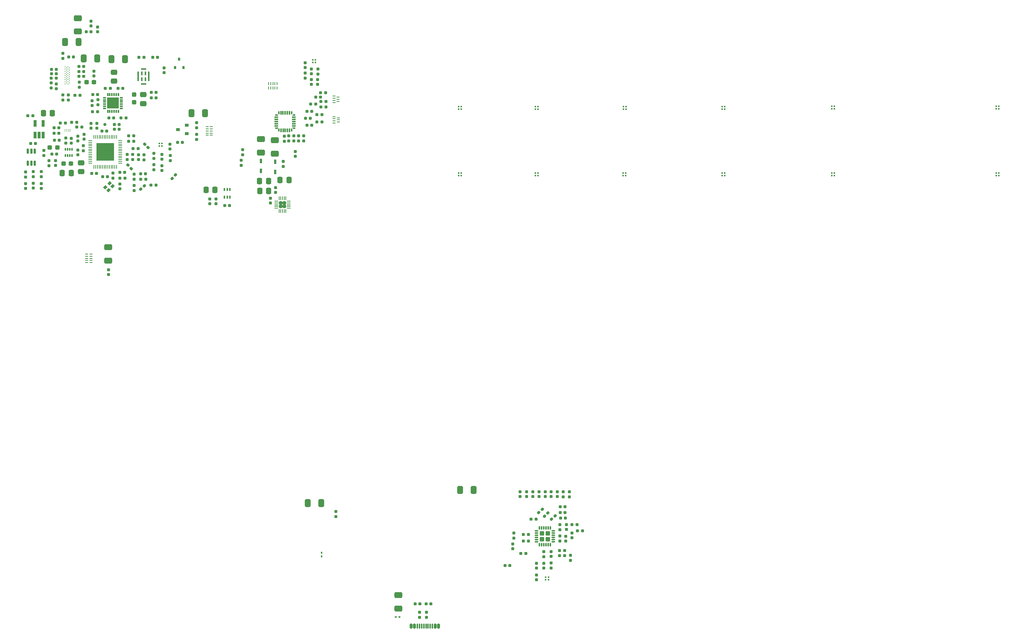
<source format=gbr>
%TF.GenerationSoftware,KiCad,Pcbnew,7.0.1*%
%TF.CreationDate,2024-01-29T00:03:09-06:00*%
%TF.ProjectId,Beacon_Multiboard,42656163-6f6e-45f4-9d75-6c7469626f61,1*%
%TF.SameCoordinates,Original*%
%TF.FileFunction,Paste,Top*%
%TF.FilePolarity,Positive*%
%FSLAX46Y46*%
G04 Gerber Fmt 4.6, Leading zero omitted, Abs format (unit mm)*
G04 Created by KiCad (PCBNEW 7.0.1) date 2024-01-29 00:03:09*
%MOMM*%
%LPD*%
G01*
G04 APERTURE LIST*
G04 Aperture macros list*
%AMRoundRect*
0 Rectangle with rounded corners*
0 $1 Rounding radius*
0 $2 $3 $4 $5 $6 $7 $8 $9 X,Y pos of 4 corners*
0 Add a 4 corners polygon primitive as box body*
4,1,4,$2,$3,$4,$5,$6,$7,$8,$9,$2,$3,0*
0 Add four circle primitives for the rounded corners*
1,1,$1+$1,$2,$3*
1,1,$1+$1,$4,$5*
1,1,$1+$1,$6,$7*
1,1,$1+$1,$8,$9*
0 Add four rect primitives between the rounded corners*
20,1,$1+$1,$2,$3,$4,$5,0*
20,1,$1+$1,$4,$5,$6,$7,0*
20,1,$1+$1,$6,$7,$8,$9,0*
20,1,$1+$1,$8,$9,$2,$3,0*%
%AMRotRect*
0 Rectangle, with rotation*
0 The origin of the aperture is its center*
0 $1 length*
0 $2 width*
0 $3 Rotation angle, in degrees counterclockwise*
0 Add horizontal line*
21,1,$1,$2,0,0,$3*%
%AMFreePoly0*
4,1,20,0.131820,0.364320,0.145000,0.332500,0.145000,-0.332500,0.131820,-0.364320,0.100000,-0.377500,0.053640,-0.377500,0.053581,-0.377475,0.053522,-0.377500,0.037749,-0.370918,0.021820,-0.364320,0.021795,-0.364260,0.021737,-0.364236,-0.141903,-0.199736,-0.148406,-0.183918,-0.155000,-0.168000,-0.155000,0.332500,-0.141820,0.364320,-0.110000,0.377500,0.100000,0.377500,0.131820,0.364320,
0.131820,0.364320,$1*%
%AMFreePoly1*
4,1,20,0.131820,0.364320,0.145000,0.332500,0.145000,-0.168000,0.138682,-0.183251,0.132887,-0.198716,-0.020753,-0.363216,-0.021504,-0.363557,-0.021820,-0.364320,-0.037072,-0.370637,-0.052105,-0.377474,-0.052877,-0.377184,-0.053640,-0.377500,-0.110000,-0.377500,-0.141820,-0.364320,-0.155000,-0.332500,-0.155000,0.332500,-0.141820,0.364320,-0.110000,0.377500,0.100000,0.377500,0.131820,0.364320,
0.131820,0.364320,$1*%
%AMFreePoly2*
4,1,20,0.364320,0.141820,0.377500,0.110000,0.377500,-0.100000,0.364320,-0.131820,0.332500,-0.145000,-0.332500,-0.145000,-0.364320,-0.131820,-0.377500,-0.100000,-0.377500,-0.053640,-0.377475,-0.053581,-0.377500,-0.053522,-0.370918,-0.037749,-0.364320,-0.021820,-0.364260,-0.021795,-0.364236,-0.021737,-0.199736,0.141903,-0.183918,0.148406,-0.168000,0.155000,0.332500,0.155000,0.364320,0.141820,
0.364320,0.141820,$1*%
%AMFreePoly3*
4,1,20,0.364320,0.131820,0.377500,0.100000,0.377500,-0.110000,0.364320,-0.141820,0.332500,-0.155000,-0.168000,-0.155000,-0.183918,-0.148406,-0.199736,-0.141903,-0.364236,0.021737,-0.364260,0.021795,-0.364320,0.021820,-0.370918,0.037749,-0.377500,0.053522,-0.377475,0.053581,-0.377500,0.053640,-0.377500,0.100000,-0.364320,0.131820,-0.332500,0.145000,0.332500,0.145000,0.364320,0.131820,
0.364320,0.131820,$1*%
%AMFreePoly4*
4,1,20,-0.052877,0.377184,-0.052105,0.377474,-0.037072,0.370637,-0.021820,0.364320,-0.021504,0.363557,-0.020753,0.363216,0.132887,0.198716,0.138682,0.183251,0.145000,0.168000,0.145000,-0.332500,0.131820,-0.364320,0.100000,-0.377500,-0.110000,-0.377500,-0.141820,-0.364320,-0.155000,-0.332500,-0.155000,0.332500,-0.141820,0.364320,-0.110000,0.377500,-0.053640,0.377500,-0.052877,0.377184,
-0.052877,0.377184,$1*%
%AMFreePoly5*
4,1,20,0.138284,0.360784,0.150000,0.332500,0.150000,-0.332500,0.138284,-0.360784,0.110000,-0.372500,-0.110000,-0.372500,-0.138284,-0.360784,-0.150000,-0.332500,-0.150000,0.168000,-0.144102,0.182237,-0.138358,0.196210,0.025282,0.360710,0.025334,0.360731,0.025356,0.360784,0.039384,0.366595,0.053535,0.372500,0.053587,0.372478,0.053640,0.372500,0.110000,0.372500,0.138284,0.360784,
0.138284,0.360784,$1*%
%AMFreePoly6*
4,1,20,0.364320,0.131820,0.377500,0.100000,0.377500,0.053640,0.377475,0.053581,0.377500,0.053522,0.370918,0.037749,0.364320,0.021820,0.364260,0.021795,0.364236,0.021737,0.199736,-0.141903,0.183918,-0.148406,0.168000,-0.155000,-0.332500,-0.155000,-0.364320,-0.141820,-0.377500,-0.110000,-0.377500,0.100000,-0.364320,0.131820,-0.332500,0.145000,0.332500,0.145000,0.364320,0.131820,
0.364320,0.131820,$1*%
%AMFreePoly7*
4,1,20,0.183918,0.148406,0.199736,0.141903,0.364236,-0.021737,0.364260,-0.021795,0.364320,-0.021820,0.370918,-0.037749,0.377500,-0.053522,0.377475,-0.053581,0.377500,-0.053640,0.377500,-0.100000,0.364320,-0.131820,0.332500,-0.145000,-0.332500,-0.145000,-0.364320,-0.131820,-0.377500,-0.100000,-0.377500,0.110000,-0.364320,0.141820,-0.332500,0.155000,0.168000,0.155000,0.183918,0.148406,
0.183918,0.148406,$1*%
G04 Aperture macros list end*
%ADD10R,0.400000X0.400000*%
%ADD11RoundRect,0.155000X0.212500X0.155000X-0.212500X0.155000X-0.212500X-0.155000X0.212500X-0.155000X0*%
%ADD12RoundRect,0.155000X-0.155000X0.212500X-0.155000X-0.212500X0.155000X-0.212500X0.155000X0.212500X0*%
%ADD13RoundRect,0.155000X0.259862X-0.040659X-0.040659X0.259862X-0.259862X0.040659X0.040659X-0.259862X0*%
%ADD14RoundRect,0.155000X-0.212500X-0.155000X0.212500X-0.155000X0.212500X0.155000X-0.212500X0.155000X0*%
%ADD15RoundRect,0.155000X0.155000X-0.212500X0.155000X0.212500X-0.155000X0.212500X-0.155000X-0.212500X0*%
%ADD16RoundRect,0.237500X0.237500X-0.300000X0.237500X0.300000X-0.237500X0.300000X-0.237500X-0.300000X0*%
%ADD17RoundRect,0.155000X-0.040659X-0.259862X0.259862X0.040659X0.040659X0.259862X-0.259862X-0.040659X0*%
%ADD18RoundRect,0.112500X0.112500X-0.487500X0.112500X0.487500X-0.112500X0.487500X-0.112500X-0.487500X0*%
%ADD19RoundRect,0.250000X-0.650000X0.412500X-0.650000X-0.412500X0.650000X-0.412500X0.650000X0.412500X0*%
%ADD20RoundRect,0.250000X-0.412500X-0.650000X0.412500X-0.650000X0.412500X0.650000X-0.412500X0.650000X0*%
%ADD21C,0.270000*%
%ADD22RoundRect,0.237500X-0.300000X-0.237500X0.300000X-0.237500X0.300000X0.237500X-0.300000X0.237500X0*%
%ADD23RoundRect,0.250000X0.650000X-0.412500X0.650000X0.412500X-0.650000X0.412500X-0.650000X-0.412500X0*%
%ADD24R,0.300000X0.650000*%
%ADD25R,0.500000X1.100000*%
%ADD26R,0.700000X0.200000*%
%ADD27RoundRect,0.250000X0.475000X-0.337500X0.475000X0.337500X-0.475000X0.337500X-0.475000X-0.337500X0*%
%ADD28RotRect,0.750000X0.700000X225.000000*%
%ADD29FreePoly0,90.000000*%
%ADD30RoundRect,0.075000X0.362500X-0.075000X0.362500X0.075000X-0.362500X0.075000X-0.362500X-0.075000X0*%
%ADD31FreePoly1,90.000000*%
%ADD32FreePoly2,90.000000*%
%ADD33RoundRect,0.075000X0.075000X-0.362500X0.075000X0.362500X-0.075000X0.362500X-0.075000X-0.362500X0*%
%ADD34FreePoly3,90.000000*%
%ADD35FreePoly4,90.000000*%
%ADD36FreePoly5,90.000000*%
%ADD37FreePoly6,90.000000*%
%ADD38FreePoly7,90.000000*%
%ADD39RoundRect,0.250000X0.337500X0.475000X-0.337500X0.475000X-0.337500X-0.475000X0.337500X-0.475000X0*%
%ADD40R,0.650000X1.560000*%
%ADD41RoundRect,0.150000X-0.150000X-0.150000X0.150000X-0.150000X0.150000X0.150000X-0.150000X0.150000X0*%
%ADD42RoundRect,0.250000X-0.475000X0.337500X-0.475000X-0.337500X0.475000X-0.337500X0.475000X0.337500X0*%
%ADD43RoundRect,0.237500X0.300000X0.237500X-0.300000X0.237500X-0.300000X-0.237500X0.300000X-0.237500X0*%
%ADD44R,0.725000X0.250000*%
%ADD45R,0.775000X0.250000*%
%ADD46RoundRect,0.250000X0.412500X0.650000X-0.412500X0.650000X-0.412500X-0.650000X0.412500X-0.650000X0*%
%ADD47RoundRect,0.090000X-0.090000X0.139000X-0.090000X-0.139000X0.090000X-0.139000X0.090000X0.139000X0*%
%ADD48C,0.230000*%
%ADD49RoundRect,0.055000X-0.055000X-0.350000X0.055000X-0.350000X0.055000X0.350000X-0.055000X0.350000X0*%
%ADD50RoundRect,0.055000X-0.350000X-0.055000X0.350000X-0.055000X0.350000X0.055000X-0.350000X0.055000X0*%
%ADD51RoundRect,0.200000X-0.200000X-0.200000X0.200000X-0.200000X0.200000X0.200000X-0.200000X0.200000X0*%
%ADD52RoundRect,0.150000X-0.150000X-0.425000X0.150000X-0.425000X0.150000X0.425000X-0.150000X0.425000X0*%
%ADD53RoundRect,0.075000X-0.075000X-0.500000X0.075000X-0.500000X0.075000X0.500000X-0.075000X0.500000X0*%
%ADD54RoundRect,0.155000X0.040659X0.259862X-0.259862X-0.040659X-0.040659X-0.259862X0.259862X0.040659X0*%
%ADD55RoundRect,0.250000X-0.337500X-0.475000X0.337500X-0.475000X0.337500X0.475000X-0.337500X0.475000X0*%
%ADD56RoundRect,0.050000X0.100000X-0.285000X0.100000X0.285000X-0.100000X0.285000X-0.100000X-0.285000X0*%
%ADD57R,2.750000X2.650000*%
%ADD58R,0.300000X0.800000*%
%ADD59R,0.800000X0.300000*%
%ADD60R,0.900000X0.800000*%
%ADD61RoundRect,0.090000X0.139000X0.090000X-0.139000X0.090000X-0.139000X-0.090000X0.139000X-0.090000X0*%
%ADD62RoundRect,0.250000X0.275000X-0.295000X0.275000X0.295000X-0.275000X0.295000X-0.275000X-0.295000X0*%
%ADD63RoundRect,0.067500X0.067500X-0.332500X0.067500X0.332500X-0.067500X0.332500X-0.067500X-0.332500X0*%
%ADD64RoundRect,0.067500X0.332500X-0.067500X0.332500X0.067500X-0.332500X0.067500X-0.332500X-0.067500X0*%
%ADD65R,0.250000X0.775000*%
%ADD66R,0.250000X0.725000*%
%ADD67R,4.050000X4.050000*%
%ADD68R,0.200000X0.850000*%
%ADD69R,0.850000X0.200000*%
%ADD70R,0.350000X2.300000*%
%ADD71R,1.300000X0.350000*%
%ADD72R,0.400000X0.950000*%
%ADD73R,0.600000X0.700000*%
G04 APERTURE END LIST*
D10*
%TO.C,D409*%
X234848666Y-132946000D03*
X234848666Y-133546000D03*
X234248666Y-133546000D03*
X234248666Y-132946000D03*
%TD*%
D11*
%TO.C,C619*%
X59838137Y-124864021D03*
X60973137Y-124864021D03*
%TD*%
D12*
%TO.C,C601*%
X63328137Y-125939021D03*
X63328137Y-124804021D03*
%TD*%
D13*
%TO.C,J804*%
X71171171Y-146605455D03*
X71973737Y-147408021D03*
%TD*%
D11*
%TO.C,C1003*%
X68898137Y-128754021D03*
X70033137Y-128754021D03*
%TD*%
%TO.C,C406*%
X112674666Y-137307400D03*
X113809666Y-137307400D03*
%TD*%
D14*
%TO.C,J402*%
X116976366Y-129814800D03*
X115841366Y-129814800D03*
%TD*%
D10*
%TO.C,D411*%
X272348666Y-133546000D03*
X272348666Y-132946000D03*
X272948666Y-132946000D03*
X272948666Y-133546000D03*
%TD*%
%TO.C,D410*%
X234248666Y-148446000D03*
X234848666Y-148446000D03*
X234848666Y-149046000D03*
X234248666Y-149046000D03*
%TD*%
D11*
%TO.C,C513*%
X59390637Y-137756021D03*
X60525637Y-137756021D03*
%TD*%
D15*
%TO.C,J503*%
X66712200Y-171991700D03*
X66712200Y-170856700D03*
%TD*%
D14*
%TO.C,C612*%
X60983137Y-123684021D03*
X59848137Y-123684021D03*
%TD*%
D15*
%TO.C,C507*%
X59608137Y-139856521D03*
X59608137Y-140991521D03*
%TD*%
%TO.C,C409*%
X111907666Y-139805300D03*
X111907666Y-140940300D03*
%TD*%
D14*
%TO.C,C1503*%
X162824119Y-232236600D03*
X163959119Y-232236600D03*
%TD*%
D11*
%TO.C,C802*%
X74178137Y-149854021D03*
X75313137Y-149854021D03*
%TD*%
D16*
%TO.C,R1201*%
X72679137Y-130244621D03*
X72679137Y-131969621D03*
%TD*%
D15*
%TO.C,R511*%
X51138137Y-148099021D03*
X51138137Y-149234021D03*
%TD*%
D11*
%TO.C,J705*%
X71381237Y-139810221D03*
X72516237Y-139810221D03*
%TD*%
%TO.C,C603*%
X59838137Y-126004021D03*
X60973137Y-126004021D03*
%TD*%
D17*
%TO.C,C1407*%
X167714736Y-228015083D03*
X168517302Y-227212517D03*
%TD*%
D15*
%TO.C,R408*%
X112242866Y-125259100D03*
X112242866Y-126394100D03*
%TD*%
D18*
%TO.C,D501*%
X48018137Y-143324021D03*
X48818137Y-143324021D03*
X49618137Y-143324021D03*
X49618137Y-146124021D03*
X48818137Y-146124021D03*
X48018137Y-146124021D03*
%TD*%
D14*
%TO.C,C604*%
X54608137Y-124374021D03*
X53473137Y-124374021D03*
%TD*%
D12*
%TO.C,R1503*%
X165880819Y-241625900D03*
X165880819Y-242760900D03*
%TD*%
D19*
%TO.C,F401*%
X102010266Y-143698500D03*
X102010266Y-140573500D03*
%TD*%
D20*
%TO.C,C611*%
X64113137Y-121814021D03*
X60988137Y-121814021D03*
%TD*%
D11*
%TO.C,C302*%
X176506719Y-231373000D03*
X175371719Y-231373000D03*
%TD*%
D15*
%TO.C,C609*%
X62638137Y-113199021D03*
X62638137Y-114334021D03*
%TD*%
D10*
%TO.C,D412*%
X272948666Y-149046000D03*
X272348666Y-149046000D03*
X272348666Y-148446000D03*
X272948666Y-148446000D03*
%TD*%
D21*
%TO.C,U601*%
X57648137Y-124044021D03*
X57648137Y-124544021D03*
X57648137Y-125044021D03*
X57648137Y-125544021D03*
X57648137Y-126044021D03*
X57648137Y-126544021D03*
X57648137Y-127044021D03*
X57648137Y-127544021D03*
X57308137Y-123794021D03*
X57308137Y-124294021D03*
X57308137Y-124794021D03*
X57308137Y-125294021D03*
X57308137Y-125794021D03*
X57308137Y-126294021D03*
X57308137Y-126794021D03*
X57308137Y-127294021D03*
X57308137Y-127794021D03*
X56968137Y-124044021D03*
X56968137Y-124544021D03*
X56968137Y-125044021D03*
X56968137Y-125544021D03*
X56968137Y-126044021D03*
X56968137Y-126544021D03*
X56968137Y-127044021D03*
X56968137Y-127544021D03*
X56628137Y-123794021D03*
X56628137Y-124294021D03*
X56628137Y-124794021D03*
X56628137Y-125294021D03*
X56628137Y-125794021D03*
X56628137Y-126294021D03*
X56628137Y-126794021D03*
X56628137Y-127294021D03*
X56628137Y-127794021D03*
%TD*%
D10*
%TO.C,D405*%
X147798666Y-132996000D03*
X148398666Y-132996000D03*
X148398666Y-133596000D03*
X147798666Y-133596000D03*
%TD*%
D15*
%TO.C,J409*%
X115113066Y-126741000D03*
X115113066Y-127876000D03*
%TD*%
D14*
%TO.C,C615*%
X54613137Y-125394021D03*
X53478137Y-125394021D03*
%TD*%
D15*
%TO.C,R516*%
X47528137Y-150879021D03*
X47528137Y-152014021D03*
%TD*%
D14*
%TO.C,C608*%
X58618137Y-121534021D03*
X57483137Y-121534021D03*
%TD*%
D11*
%TO.C,R1405*%
X172493519Y-227207400D03*
X171358519Y-227207400D03*
%TD*%
D15*
%TO.C,J703*%
X68038137Y-137126521D03*
X68038137Y-138261521D03*
%TD*%
D14*
%TO.C,J605*%
X62660637Y-115689021D03*
X61525637Y-115689021D03*
%TD*%
D22*
%TO.C,R504*%
X54848137Y-142481521D03*
X53123137Y-142481521D03*
%TD*%
D12*
%TO.C,C301*%
X173450019Y-222372700D03*
X173450019Y-223507700D03*
%TD*%
D15*
%TO.C,J508*%
X138746600Y-251442900D03*
X138746600Y-250307900D03*
%TD*%
D10*
%TO.C,D408*%
X166198666Y-148446000D03*
X166198666Y-149046000D03*
X165598666Y-149046000D03*
X165598666Y-148446000D03*
%TD*%
D14*
%TO.C,R702*%
X70763137Y-135684021D03*
X69628137Y-135684021D03*
%TD*%
D15*
%TO.C,J704*%
X69178137Y-137126521D03*
X69178137Y-138261521D03*
%TD*%
D23*
%TO.C,C610*%
X59568137Y-112491521D03*
X59568137Y-115616521D03*
%TD*%
D15*
%TO.C,J502*%
X51148137Y-150859021D03*
X51148137Y-151994021D03*
%TD*%
D24*
%TO.C,U1101*%
X93548137Y-152221521D03*
X94198137Y-152221521D03*
X94848137Y-152221521D03*
X94848137Y-154021521D03*
X94198137Y-154021521D03*
X93548137Y-154021521D03*
%TD*%
D25*
%TO.C,D413*%
X102035666Y-145661200D03*
X102035666Y-147961200D03*
%TD*%
D14*
%TO.C,R1401*%
X171358519Y-225835800D03*
X172493519Y-225835800D03*
%TD*%
D12*
%TO.C,C1402*%
X171316419Y-229984000D03*
X171316419Y-231119000D03*
%TD*%
D26*
%TO.C,D418*%
X119957166Y-135601600D03*
X119957166Y-136101600D03*
X119957166Y-136601600D03*
X118957166Y-136851600D03*
X118957166Y-136351600D03*
X118957166Y-135851600D03*
X118957166Y-135351600D03*
%TD*%
D23*
%TO.C,F502*%
X133894800Y-249435700D03*
X133894800Y-246310700D03*
%TD*%
D14*
%TO.C,C505*%
X56700337Y-136790821D03*
X55565337Y-136790821D03*
%TD*%
D15*
%TO.C,R512*%
X49248137Y-148104021D03*
X49248137Y-149239021D03*
%TD*%
D27*
%TO.C,C503*%
X60388137Y-146024021D03*
X60388137Y-148099021D03*
%TD*%
D15*
%TO.C,J604*%
X64168137Y-114559021D03*
X64168137Y-115694021D03*
%TD*%
D12*
%TO.C,R501*%
X52908137Y-146701521D03*
X52908137Y-145566521D03*
%TD*%
%TO.C,L701*%
X72308137Y-145274021D03*
X72308137Y-144139021D03*
%TD*%
D11*
%TO.C,C706*%
X72408137Y-142774021D03*
X73543137Y-142774021D03*
%TD*%
D14*
%TO.C,R503*%
X54708137Y-144011521D03*
X53573137Y-144011521D03*
%TD*%
D23*
%TO.C,C509*%
X66661000Y-168732201D03*
X66661000Y-165607201D03*
%TD*%
D28*
%TO.C,Y701*%
X65995485Y-151711699D03*
X66702591Y-152418805D03*
X66950079Y-150757105D03*
X67657185Y-151464211D03*
%TD*%
D29*
%TO.C,U402*%
X105650466Y-137991600D03*
D30*
X105600466Y-137496600D03*
X105600466Y-136996600D03*
X105600466Y-136496600D03*
X105600466Y-135996600D03*
X105600466Y-135496600D03*
D31*
X105650466Y-134991600D03*
D32*
X106145466Y-134496600D03*
D33*
X106640466Y-134446600D03*
X107140466Y-134446600D03*
X107640466Y-134446600D03*
X108140466Y-134446600D03*
X108640466Y-134446600D03*
D34*
X109135466Y-134496600D03*
D35*
X109630466Y-134991600D03*
D30*
X109680466Y-135496600D03*
X109680466Y-135996600D03*
X109680466Y-136496600D03*
X109680466Y-136996600D03*
X109680466Y-137496600D03*
D36*
X109625466Y-138001600D03*
D37*
X109140466Y-138476600D03*
D33*
X108645466Y-138526600D03*
X108145466Y-138526600D03*
X107645466Y-138526600D03*
X107145466Y-138526600D03*
X106645466Y-138526600D03*
D38*
X106150466Y-138476600D03*
%TD*%
D12*
%TO.C,R1412*%
X172078419Y-222372700D03*
X172078419Y-223507700D03*
%TD*%
D15*
%TO.C,R405*%
X113665266Y-124285200D03*
X113665266Y-125420200D03*
%TD*%
%TO.C,J511*%
X140372200Y-251442900D03*
X140372200Y-250307900D03*
%TD*%
D39*
%TO.C,C502*%
X55980637Y-148451521D03*
X58055637Y-148451521D03*
%TD*%
D11*
%TO.C,C413*%
X112674666Y-134157800D03*
X113809666Y-134157800D03*
%TD*%
%TO.C,R1402*%
X175236719Y-230001400D03*
X174101719Y-230001400D03*
%TD*%
D12*
%TO.C,C512*%
X59588137Y-144219021D03*
X59588137Y-143084021D03*
%TD*%
%TO.C,J1609*%
X64023137Y-138046521D03*
X64023137Y-136911521D03*
%TD*%
%TO.C,C303*%
X105389966Y-152954300D03*
X105389966Y-151819300D03*
%TD*%
D14*
%TO.C,J407*%
X117052566Y-133091400D03*
X115917566Y-133091400D03*
%TD*%
D15*
%TO.C,J1503*%
X169208619Y-237350300D03*
X169208619Y-236215300D03*
%TD*%
D10*
%TO.C,D801*%
X78515737Y-141589421D03*
X79115737Y-141589421D03*
X79115737Y-142189421D03*
X78515737Y-142189421D03*
%TD*%
D15*
%TO.C,C617*%
X56138137Y-130326521D03*
X56138137Y-131461521D03*
%TD*%
D40*
%TO.C,PS503*%
X49674937Y-136942021D03*
X51574937Y-136942021D03*
X51574937Y-139642021D03*
X50624937Y-139642021D03*
X49674937Y-139642021D03*
%TD*%
D12*
%TO.C,R1505*%
X167557219Y-238933500D03*
X167557219Y-240068500D03*
%TD*%
D15*
%TO.C,R513*%
X47528137Y-148209021D03*
X47528137Y-149344021D03*
%TD*%
D41*
%TO.C,J708*%
X65852337Y-137146421D03*
%TD*%
D15*
%TO.C,R1403*%
X173704019Y-238248400D03*
X173704019Y-237113400D03*
%TD*%
D11*
%TO.C,R804*%
X76930637Y-121584021D03*
X78065637Y-121584021D03*
%TD*%
D15*
%TO.C,R509*%
X87086737Y-136773421D03*
X87086737Y-137908421D03*
%TD*%
D42*
%TO.C,J1001*%
X67957937Y-127133121D03*
X67957937Y-125058121D03*
%TD*%
D14*
%TO.C,J403*%
X115833366Y-130805400D03*
X114698366Y-130805400D03*
%TD*%
D26*
%TO.C,D416*%
X119913666Y-130821000D03*
X119913666Y-131321000D03*
X119913666Y-131821000D03*
X118913666Y-132071000D03*
X118913666Y-131571000D03*
X118913666Y-131071000D03*
X118913666Y-130571000D03*
%TD*%
D15*
%TO.C,C404*%
X107188266Y-145731500D03*
X107188266Y-146866500D03*
%TD*%
D19*
%TO.C,F402*%
X105257866Y-143955300D03*
X105257866Y-140830300D03*
%TD*%
D15*
%TO.C,C606*%
X54618137Y-127776521D03*
X54618137Y-128911521D03*
%TD*%
%TO.C,J701*%
X60898137Y-142119021D03*
X60898137Y-143254021D03*
%TD*%
%TO.C,R802*%
X80985737Y-144394021D03*
X80985737Y-145529021D03*
%TD*%
D43*
%TO.C,L501*%
X56298137Y-146221521D03*
X58023137Y-146221521D03*
%TD*%
D11*
%TO.C,R506*%
X82692537Y-141312021D03*
X83827537Y-141312021D03*
%TD*%
D14*
%TO.C,C613*%
X60095637Y-130414021D03*
X58960637Y-130414021D03*
%TD*%
D15*
%TO.C,R407*%
X112242866Y-122820700D03*
X112242866Y-123955700D03*
%TD*%
%TO.C,C1101*%
X91648137Y-154441521D03*
X91648137Y-155576521D03*
%TD*%
D44*
%TO.C,D504*%
X61626900Y-167198800D03*
X61626900Y-167698800D03*
X61626900Y-168198800D03*
X61626900Y-168698800D03*
X61626900Y-169198800D03*
D45*
X62626900Y-169198800D03*
X62626900Y-168698800D03*
X62626900Y-168198800D03*
X62626900Y-167698800D03*
X62626900Y-167198800D03*
%TD*%
D15*
%TO.C,R1411*%
X167862019Y-223456900D03*
X167862019Y-222321900D03*
%TD*%
D45*
%TO.C,D507*%
X89541137Y-139662421D03*
X89541137Y-139162421D03*
X89541137Y-138662421D03*
X89541137Y-138162421D03*
X89541137Y-137662421D03*
D44*
X90541137Y-137662421D03*
X90541137Y-138162421D03*
X90541137Y-138662421D03*
X90541137Y-139162421D03*
X90541137Y-139662421D03*
%TD*%
D14*
%TO.C,J406*%
X114690366Y-132456400D03*
X113555366Y-132456400D03*
%TD*%
D39*
%TO.C,J408*%
X106433766Y-150004600D03*
X108508766Y-150004600D03*
%TD*%
D12*
%TO.C,C501*%
X58118137Y-141496521D03*
X58118137Y-140361521D03*
%TD*%
D15*
%TO.C,C618*%
X57368137Y-130344021D03*
X57368137Y-131479021D03*
%TD*%
D11*
%TO.C,R701*%
X66803137Y-135644021D03*
X67938137Y-135644021D03*
%TD*%
D14*
%TO.C,C711*%
X66495637Y-149294021D03*
X65360637Y-149294021D03*
%TD*%
D15*
%TO.C,C705*%
X73658137Y-144174021D03*
X73658137Y-145309021D03*
%TD*%
D46*
%TO.C,F501*%
X85933138Y-134544021D03*
X89058138Y-134544021D03*
%TD*%
D11*
%TO.C,C1401*%
X172544319Y-228477400D03*
X171409319Y-228477400D03*
%TD*%
D15*
%TO.C,R1413*%
X163544019Y-223448200D03*
X163544019Y-222313200D03*
%TD*%
D14*
%TO.C,C533*%
X49780237Y-141537421D03*
X48645237Y-141537421D03*
%TD*%
D15*
%TO.C,R402*%
X97485466Y-145502900D03*
X97485466Y-146637900D03*
%TD*%
D14*
%TO.C,C1004*%
X67118137Y-128754021D03*
X65983137Y-128754021D03*
%TD*%
D11*
%TO.C,R1502*%
X159700619Y-239450200D03*
X158565619Y-239450200D03*
%TD*%
D15*
%TO.C,C408*%
X109672466Y-139830700D03*
X109672466Y-140965700D03*
%TD*%
D14*
%TO.C,C703*%
X66325637Y-138704021D03*
X65190637Y-138704021D03*
%TD*%
D10*
%TO.C,D404*%
X209448666Y-149046000D03*
X208848666Y-149046000D03*
X208848666Y-148446000D03*
X209448666Y-148446000D03*
%TD*%
D13*
%TO.C,C508*%
X75082771Y-141728655D03*
X75885337Y-142531221D03*
%TD*%
D11*
%TO.C,R502*%
X54143137Y-140821521D03*
X55278137Y-140821521D03*
%TD*%
D15*
%TO.C,C602*%
X59958137Y-127386521D03*
X59958137Y-128521521D03*
%TD*%
D10*
%TO.C,D401*%
X185998666Y-133646000D03*
X185998666Y-133046000D03*
X186598666Y-133046000D03*
X186598666Y-133646000D03*
%TD*%
D47*
%TO.C,D506*%
X116046300Y-236484301D03*
X116046300Y-237349301D03*
%TD*%
D15*
%TO.C,C405*%
X108427866Y-139814000D03*
X108427866Y-140949000D03*
%TD*%
%TO.C,L801*%
X72648137Y-148716521D03*
X72648137Y-149851521D03*
%TD*%
%TO.C,C710*%
X69298137Y-150954021D03*
X69298137Y-152089021D03*
%TD*%
D11*
%TO.C,C702*%
X69368137Y-149624021D03*
X70503137Y-149624021D03*
%TD*%
D48*
%TO.C,PS502*%
X57858137Y-138321521D03*
X57858137Y-138721521D03*
X57458137Y-138321521D03*
X57458137Y-138721521D03*
X57058137Y-138321521D03*
X57058137Y-138721521D03*
X56658137Y-138321521D03*
X56658137Y-138721521D03*
%TD*%
D15*
%TO.C,R1501*%
X160343619Y-235547300D03*
X160343619Y-234412300D03*
%TD*%
D49*
%TO.C,U401*%
X106214066Y-154297200D03*
X106614066Y-154297200D03*
X107014066Y-154297200D03*
X107414066Y-154297200D03*
X107814066Y-154297200D03*
D50*
X108474066Y-154962200D03*
X108474066Y-155362200D03*
X108474066Y-155762200D03*
X108474066Y-156162200D03*
X108474066Y-156562200D03*
D49*
X107814066Y-157197200D03*
X107414066Y-157197200D03*
X107014066Y-157197200D03*
X106614066Y-157197200D03*
X106214066Y-157197200D03*
D50*
X105549066Y-156562200D03*
X105549066Y-156162200D03*
X105549066Y-155762200D03*
X105549066Y-155362200D03*
X105549066Y-154962200D03*
D51*
X107424066Y-156172200D03*
X107424066Y-155372200D03*
X106624066Y-156172200D03*
X106624066Y-155372200D03*
%TD*%
D11*
%TO.C,C1202*%
X76579137Y-130999621D03*
X77714137Y-130999621D03*
%TD*%
D14*
%TO.C,R1001*%
X64142537Y-134213421D03*
X63007537Y-134213421D03*
%TD*%
D15*
%TO.C,R515*%
X49238137Y-150764021D03*
X49238137Y-151899021D03*
%TD*%
%TO.C,C407*%
X110739266Y-139830700D03*
X110739266Y-140965700D03*
%TD*%
D52*
%TO.C,J510*%
X136805419Y-253516000D03*
X137605419Y-253516000D03*
D53*
X138255419Y-253516000D03*
X139255419Y-253516000D03*
X140755419Y-253516000D03*
X141755419Y-253516000D03*
D52*
X142405419Y-253516000D03*
X143205419Y-253516000D03*
X143205419Y-253516000D03*
X142405419Y-253516000D03*
D53*
X141255419Y-253516000D03*
X140255419Y-253516000D03*
X139755419Y-253516000D03*
X138755419Y-253516000D03*
D52*
X137605419Y-253516000D03*
X136805419Y-253516000D03*
%TD*%
D12*
%TO.C,R1410*%
X166439619Y-222321900D03*
X166439619Y-223456900D03*
%TD*%
D15*
%TO.C,C403*%
X107437266Y-139914900D03*
X107437266Y-141049900D03*
%TD*%
D12*
%TO.C,R1406*%
X172840419Y-229941900D03*
X172840419Y-231076900D03*
%TD*%
%TO.C,J801*%
X79095737Y-147854021D03*
X79095737Y-146719021D03*
%TD*%
D11*
%TO.C,C803*%
X74150637Y-148584021D03*
X75285637Y-148584021D03*
%TD*%
D27*
%TO.C,J1201*%
X74729137Y-130229621D03*
X74729137Y-132304621D03*
%TD*%
D54*
%TO.C,L802*%
X74196854Y-152155304D03*
X74999420Y-151352738D03*
%TD*%
D15*
%TO.C,R1301*%
X79608137Y-124004021D03*
X79608137Y-125139021D03*
%TD*%
%TO.C,R409*%
X109956866Y-143403400D03*
X109956866Y-144538400D03*
%TD*%
D10*
%TO.C,D403*%
X208848666Y-133596000D03*
X208848666Y-132996000D03*
X209448666Y-132996000D03*
X209448666Y-133596000D03*
%TD*%
D14*
%TO.C,C531*%
X137755600Y-248310400D03*
X138890600Y-248310400D03*
%TD*%
D12*
%TO.C,R1408*%
X172637219Y-232634300D03*
X172637219Y-233769300D03*
%TD*%
D15*
%TO.C,R1409*%
X162070819Y-223448200D03*
X162070819Y-222313200D03*
%TD*%
D14*
%TO.C,C534*%
X49164537Y-135114421D03*
X48029537Y-135114421D03*
%TD*%
D11*
%TO.C,R1101*%
X93605837Y-155942421D03*
X94740837Y-155942421D03*
%TD*%
%TO.C,C532*%
X141413200Y-248310400D03*
X140278200Y-248310400D03*
%TD*%
D14*
%TO.C,C1501*%
X162824119Y-233811400D03*
X163959119Y-233811400D03*
%TD*%
D10*
%TO.C,D417*%
X114676466Y-122148400D03*
X114676466Y-122748400D03*
X114076466Y-122748400D03*
X114076466Y-122148400D03*
%TD*%
D54*
%TO.C,R508*%
X81432771Y-149683787D03*
X82235337Y-148881221D03*
%TD*%
D55*
%TO.C,C402*%
X103815166Y-152539200D03*
X101740166Y-152539200D03*
%TD*%
D25*
%TO.C,D414*%
X105312266Y-145834800D03*
X105312266Y-148134800D03*
%TD*%
D15*
%TO.C,J803*%
X72678137Y-151346521D03*
X72678137Y-152481521D03*
%TD*%
D14*
%TO.C,C1405*%
X164602119Y-228731400D03*
X165737119Y-228731400D03*
%TD*%
D15*
%TO.C,R1407*%
X172383219Y-237122100D03*
X172383219Y-235987100D03*
%TD*%
%TO.C,R403*%
X115188866Y-124328400D03*
X115188866Y-125463400D03*
%TD*%
D56*
%TO.C,PS501*%
X56738137Y-142904021D03*
X57238137Y-142904021D03*
X57738137Y-142904021D03*
X58238137Y-142904021D03*
X58238137Y-144384021D03*
X57738137Y-144384021D03*
X57238137Y-144384021D03*
X56738137Y-144384021D03*
%TD*%
D15*
%TO.C,R510*%
X87096737Y-139488421D03*
X87096737Y-140623421D03*
%TD*%
D12*
%TO.C,R1506*%
X169233619Y-238882700D03*
X169233619Y-240017700D03*
%TD*%
%TO.C,R401*%
X97764866Y-144174100D03*
X97764866Y-143039100D03*
%TD*%
%TO.C,R1404*%
X174059619Y-231872300D03*
X174059619Y-233007300D03*
%TD*%
D15*
%TO.C,J410*%
X51768037Y-143192321D03*
X51768037Y-144327321D03*
%TD*%
D54*
%TO.C,C1408*%
X170142902Y-227923717D03*
X169340336Y-228726283D03*
%TD*%
D11*
%TO.C,C412*%
X114986066Y-134919800D03*
X116121066Y-134919800D03*
%TD*%
%TO.C,C506*%
X58189537Y-136638421D03*
X59324537Y-136638421D03*
%TD*%
D15*
%TO.C,C704*%
X74968137Y-144204021D03*
X74968137Y-145339021D03*
%TD*%
%TO.C,J1502*%
X167532219Y-237401100D03*
X167532219Y-236266100D03*
%TD*%
D14*
%TO.C,J405*%
X117077966Y-131821400D03*
X115942966Y-131821400D03*
%TD*%
D57*
%TO.C,U1001*%
X67758137Y-132204021D03*
D58*
X69008137Y-134154021D03*
X68508137Y-134154021D03*
X68008137Y-134154021D03*
X67508137Y-134154021D03*
X67008137Y-134154021D03*
X66508137Y-134154021D03*
D59*
X65808137Y-133454021D03*
X65808137Y-132954021D03*
X65808137Y-132454021D03*
X65808137Y-131954021D03*
X65808137Y-131454021D03*
X65808137Y-130954021D03*
D58*
X66508137Y-130254021D03*
X67008137Y-130254021D03*
X67508137Y-130254021D03*
X68008137Y-130254021D03*
X68508137Y-130254021D03*
X69008137Y-130254021D03*
D59*
X69708137Y-130954021D03*
X69708137Y-131454021D03*
X69708137Y-131954021D03*
X69708137Y-132454021D03*
X69708137Y-132954021D03*
X69708137Y-133454021D03*
%TD*%
D60*
%TO.C,D503*%
X84810137Y-137364821D03*
X82810137Y-138314821D03*
X84810137Y-139264821D03*
%TD*%
D15*
%TO.C,R1416*%
X170706819Y-223456900D03*
X170706819Y-222321900D03*
%TD*%
%TO.C,C1001*%
X64258137Y-131439021D03*
X64258137Y-132574021D03*
%TD*%
D12*
%TO.C,C1404*%
X171316419Y-232625600D03*
X171316419Y-233760600D03*
%TD*%
%TO.C,C708*%
X61068137Y-140551521D03*
X61068137Y-139416521D03*
%TD*%
D46*
%TO.C,C514*%
X115962401Y-224967800D03*
X112837401Y-224967800D03*
%TD*%
D11*
%TO.C,R507*%
X54083137Y-139214021D03*
X55218137Y-139214021D03*
%TD*%
D14*
%TO.C,C709*%
X63948137Y-148474021D03*
X62813137Y-148474021D03*
%TD*%
D12*
%TO.C,R505*%
X54418137Y-146676521D03*
X54418137Y-145541521D03*
%TD*%
D11*
%TO.C,C410*%
X114986066Y-136545400D03*
X116121066Y-136545400D03*
%TD*%
D12*
%TO.C,J802*%
X77213137Y-147654021D03*
X77213137Y-146519021D03*
%TD*%
D61*
%TO.C,D502*%
X134133100Y-251403600D03*
X133268100Y-251403600D03*
%TD*%
D62*
%TO.C,U1501*%
X167150419Y-233333000D03*
X168450419Y-233333000D03*
X167150419Y-231983000D03*
X168450419Y-231983000D03*
D63*
X166550419Y-234633000D03*
X167050419Y-234633000D03*
X167550419Y-234633000D03*
X168050419Y-234633000D03*
X168550419Y-234633000D03*
X169050419Y-234633000D03*
D64*
X169775419Y-233908000D03*
X169775419Y-233408000D03*
X169775419Y-232908000D03*
X169775419Y-232408000D03*
X169775419Y-231908000D03*
X169775419Y-231408000D03*
D63*
X169050419Y-230683000D03*
X168550419Y-230683000D03*
X168050419Y-230683000D03*
X167550419Y-230683000D03*
X167050419Y-230683000D03*
X166550419Y-230683000D03*
D64*
X165825419Y-231408000D03*
X165825419Y-231908000D03*
X165825419Y-232408000D03*
X165825419Y-232908000D03*
X165825419Y-233408000D03*
X165825419Y-233908000D03*
%TD*%
D12*
%TO.C,C605*%
X56138137Y-121814021D03*
X56138137Y-120679021D03*
%TD*%
D65*
%TO.C,D415*%
X105775266Y-128693500D03*
X105275266Y-128693500D03*
X104775266Y-128693500D03*
X104275266Y-128693500D03*
X103775266Y-128693500D03*
D66*
X103775266Y-127693500D03*
X104275266Y-127693500D03*
X104775266Y-127693500D03*
X105275266Y-127693500D03*
X105775266Y-127693500D03*
%TD*%
D15*
%TO.C,R1414*%
X165017219Y-223448200D03*
X165017219Y-222313200D03*
%TD*%
D67*
%TO.C,U701*%
X65958137Y-143504021D03*
D68*
X68558137Y-146954021D03*
X68158137Y-146954021D03*
X67758137Y-146954021D03*
X67358137Y-146954021D03*
X66958137Y-146954021D03*
X66558137Y-146954021D03*
X66158137Y-146954021D03*
X65758137Y-146954021D03*
X65358137Y-146954021D03*
X64958137Y-146954021D03*
X64558137Y-146954021D03*
X64158137Y-146954021D03*
X63758137Y-146954021D03*
X63358137Y-146954021D03*
D69*
X62508137Y-146104021D03*
X62508137Y-145704021D03*
X62508137Y-145304021D03*
X62508137Y-144904021D03*
X62508137Y-144504021D03*
X62508137Y-144104021D03*
X62508137Y-143704021D03*
X62508137Y-143304021D03*
X62508137Y-142904021D03*
X62508137Y-142504021D03*
X62508137Y-142104021D03*
X62508137Y-141704021D03*
X62508137Y-141304021D03*
X62508137Y-140904021D03*
D68*
X63358137Y-140054021D03*
X63758137Y-140054021D03*
X64158137Y-140054021D03*
X64558137Y-140054021D03*
X64958137Y-140054021D03*
X65358137Y-140054021D03*
X65758137Y-140054021D03*
X66158137Y-140054021D03*
X66558137Y-140054021D03*
X66958137Y-140054021D03*
X67358137Y-140054021D03*
X67758137Y-140054021D03*
X68158137Y-140054021D03*
X68558137Y-140054021D03*
D69*
X69408137Y-140904021D03*
X69408137Y-141304021D03*
X69408137Y-141704021D03*
X69408137Y-142104021D03*
X69408137Y-142504021D03*
X69408137Y-142904021D03*
X69408137Y-143304021D03*
X69408137Y-143704021D03*
X69408137Y-144104021D03*
X69408137Y-144504021D03*
X69408137Y-144904021D03*
X69408137Y-145304021D03*
X69408137Y-145704021D03*
X69408137Y-146104021D03*
%TD*%
D15*
%TO.C,R1415*%
X169284419Y-223456900D03*
X169284419Y-222321900D03*
%TD*%
D20*
%TO.C,C607*%
X59738137Y-118024021D03*
X56613137Y-118024021D03*
%TD*%
D46*
%TO.C,F201*%
X67425637Y-122044021D03*
X70550637Y-122044021D03*
%TD*%
D12*
%TO.C,J1610*%
X62648137Y-138034021D03*
X62648137Y-136899021D03*
%TD*%
D10*
%TO.C,D407*%
X166198666Y-132996000D03*
X166198666Y-133596000D03*
X165598666Y-133596000D03*
X165598666Y-132996000D03*
%TD*%
D55*
%TO.C,J603*%
X53688637Y-134562021D03*
X51613637Y-134562021D03*
%TD*%
D54*
%TO.C,C1406*%
X167196502Y-226399717D03*
X166393936Y-227202283D03*
%TD*%
D15*
%TO.C,R803*%
X79085737Y-144071921D03*
X79085737Y-145206921D03*
%TD*%
D12*
%TO.C,R1504*%
X165880819Y-238933500D03*
X165880819Y-240068500D03*
%TD*%
D15*
%TO.C,C614*%
X53448137Y-127556521D03*
X53448137Y-128691521D03*
%TD*%
D12*
%TO.C,C1502*%
X160597619Y-231948500D03*
X160597619Y-233083500D03*
%TD*%
D15*
%TO.C,C401*%
X104196166Y-154232300D03*
X104196166Y-155367300D03*
%TD*%
%TO.C,R801*%
X80935737Y-141731921D03*
X80935737Y-142866921D03*
%TD*%
D14*
%TO.C,C1002*%
X64198137Y-130204021D03*
X63063137Y-130204021D03*
%TD*%
D15*
%TO.C,C1005*%
X62918137Y-131644021D03*
X62918137Y-132779021D03*
%TD*%
D46*
%TO.C,F301*%
X151258119Y-221924200D03*
X148133119Y-221924200D03*
%TD*%
D11*
%TO.C,C701*%
X69340637Y-148294021D03*
X70475637Y-148294021D03*
%TD*%
D22*
%TO.C,J601*%
X63333137Y-127384021D03*
X61608137Y-127384021D03*
%TD*%
D14*
%TO.C,C801*%
X74898137Y-121614021D03*
X73763137Y-121614021D03*
%TD*%
D12*
%TO.C,C707*%
X71008137Y-145281521D03*
X71008137Y-144146521D03*
%TD*%
D55*
%TO.C,J1101*%
X91363137Y-152336521D03*
X89288137Y-152336521D03*
%TD*%
D70*
%TO.C,MK1201*%
X73614137Y-126004621D03*
D71*
X74839137Y-124279621D03*
X74839137Y-127729621D03*
D70*
X76064137Y-126004621D03*
D72*
X74389137Y-126679621D03*
X74389137Y-125329621D03*
X75289137Y-125329621D03*
X75289137Y-126679621D03*
%TD*%
D11*
%TO.C,C804*%
X76578137Y-151194021D03*
X77713137Y-151194021D03*
%TD*%
D15*
%TO.C,R406*%
X113690666Y-126741000D03*
X113690666Y-127876000D03*
%TD*%
%TO.C,J505*%
X119366000Y-228084000D03*
X119366000Y-226949000D03*
%TD*%
D11*
%TO.C,C411*%
X112348666Y-135758000D03*
X113483666Y-135758000D03*
%TD*%
D14*
%TO.C,C504*%
X55218437Y-137959221D03*
X54083437Y-137959221D03*
%TD*%
%TO.C,C616*%
X54585637Y-126434021D03*
X53450637Y-126434021D03*
%TD*%
D12*
%TO.C,J702*%
X67758137Y-149584021D03*
X67758137Y-148449021D03*
%TD*%
D15*
%TO.C,R805*%
X77215737Y-143889421D03*
X77215737Y-145024421D03*
%TD*%
D11*
%TO.C,C1201*%
X76594137Y-129719621D03*
X77729137Y-129719621D03*
%TD*%
D15*
%TO.C,C1403*%
X171214819Y-237122100D03*
X171214819Y-235987100D03*
%TD*%
D10*
%TO.C,D1501*%
X168614419Y-242142600D03*
X168014419Y-242142600D03*
X168014419Y-242742600D03*
X168614419Y-242742600D03*
%TD*%
%TO.C,D406*%
X148398666Y-149046000D03*
X147798666Y-149046000D03*
X147798666Y-148446000D03*
X148398666Y-148446000D03*
%TD*%
D12*
%TO.C,C511*%
X56798137Y-141461521D03*
X56798137Y-140326521D03*
%TD*%
D55*
%TO.C,J401*%
X103776866Y-150286800D03*
X101701866Y-150286800D03*
%TD*%
D10*
%TO.C,D402*%
X186548666Y-148446000D03*
X186548666Y-149046000D03*
X185948666Y-149046000D03*
X185948666Y-148446000D03*
%TD*%
D15*
%TO.C,C1102*%
X90198137Y-154441521D03*
X90198137Y-155576521D03*
%TD*%
D14*
%TO.C,J1501*%
X162240319Y-236682000D03*
X163375319Y-236682000D03*
%TD*%
D73*
%TO.C,Q1301*%
X84038137Y-123984021D03*
X82138137Y-123984021D03*
X83088137Y-121984021D03*
%TD*%
D11*
%TO.C,J706*%
X71389537Y-141083421D03*
X72524537Y-141083421D03*
%TD*%
M02*

</source>
